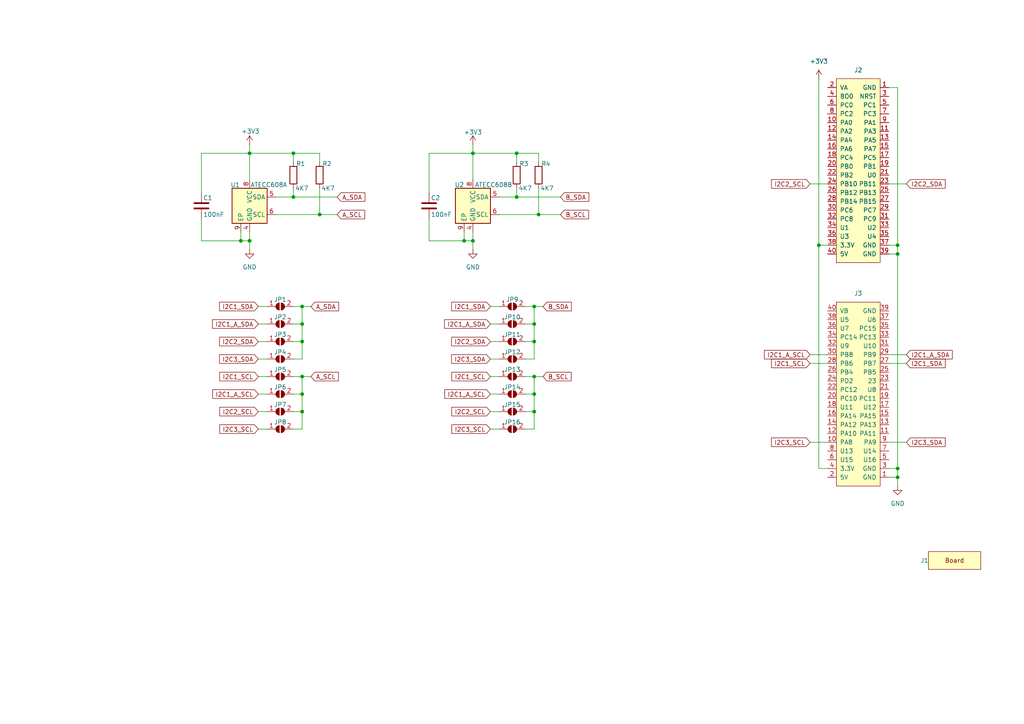
<source format=kicad_sch>
(kicad_sch (version 20231120) (generator "eeschema") (generator_version "8.0")
  (paper "A4")
  (title_block (title "${TITLE}") (rev "${REVISION}") (company "${COMPANY}") (comment 1 "${URL}") (comment 2 "${AUTHOR}") (comment 3 "${AUTHOR_EMAIL}"))
  (lib_symbols
    (symbol "Device:C" (pin_numbers hide) (pin_names (offset 0.254))
      (property "Reference" "C" (at 0.635 2.54 0))
      (property "Value" "C" (at 0.635 -2.54 0))
      (symbol "C_0_1"
        (polyline (pts (xy -2.032 -0.762) (xy 2.032 -0.762)) (stroke (width 0.508)))
        (polyline (pts (xy -2.032 0.762) (xy 2.032 0.762)) (stroke (width 0.508)))
      )
      (symbol "C_1_1"
        (pin passive line (at 0 3.81 270) (length 2.794) (name "~") (number "1"))
        (pin passive line (at 0 -3.81 90) (length 2.794) (name "~") (number "2"))
      )
    )
    (symbol "Device:R" (pin_numbers hide) (pin_names (offset 0))
      (property "Reference" "R" (at 2.032 0 90))
      (property "Value" "R" (at 0 0 90))
      (symbol "R_0_1"
        (rectangle (start -1.016 -2.54) (end 1.016 2.54) (stroke (width 0.254)))
      )
      (symbol "R_1_1"
        (pin passive line (at 0 3.81 270) (length 1.27) (name "~") (number "1"))
        (pin passive line (at 0 -3.81 90) (length 1.27) (name "~") (number "2"))
      )
    )
    (symbol "Security:ATECC608A-MAHDA"
      (property "Reference" "U" (at 3.81 6.35 0))
      (property "Value" "ATECC608A-MAHDA" (at 10.16 -6.35 0))
      (symbol "ATECC608A-MAHDA_0_1"
        (rectangle (start -5.08 5.08) (end 5.08 -5.08) (stroke (width 0.254)) (fill (type background)))
      )
      (symbol "ATECC608A-MAHDA_1_1"
        (pin no_connect line (at -5.08 2.54 0) (length 2.54) hide (name "NC") (number "1"))
        (pin no_connect line (at -5.08 0 0) (length 2.54) hide (name "NC") (number "2"))
        (pin no_connect line (at -5.08 -2.54 0) (length 2.54) hide (name "NC") (number "3"))
        (pin power_in line (at 0 -7.62 90) (length 2.54) (name "GND") (number "4"))
        (pin bidirectional line (at 7.62 2.54 180) (length 2.54) (name "SDA") (number "5"))
        (pin input line (at 7.62 -2.54 180) (length 2.54) (name "SCL") (number "6"))
        (pin no_connect line (at 5.08 0 180) (length 2.54) hide (name "NC") (number "7"))
        (pin power_in line (at 0 7.62 270) (length 2.54) (name "VCC") (number "8"))
        (pin input line (at -2.54 -7.62 90) (length 2.54) (name "EP") (number "9"))
      )
    )
    (symbol "Security:ATECC608B-MAHDA"
      (property "Reference" "U" (at 3.81 6.35 0))
      (property "Value" "ATECC608B-MAHDA" (at 10.16 -6.35 0))
      (symbol "ATECC608B-MAHDA_0_1"
        (rectangle (start -5.08 5.08) (end 5.08 -5.08) (stroke (width 0.254)) (fill (type background)))
      )
      (symbol "ATECC608B-MAHDA_1_1"
        (pin no_connect line (at -5.08 2.54 0) (length 2.54) hide (name "NC") (number "1"))
        (pin no_connect line (at -5.08 0 0) (length 2.54) hide (name "NC") (number "2"))
        (pin no_connect line (at -5.08 -2.54 0) (length 2.54) hide (name "NC") (number "3"))
        (pin power_in line (at 0 -7.62 90) (length 2.54) (name "GND") (number "4"))
        (pin bidirectional line (at 7.62 2.54 180) (length 2.54) (name "SDA") (number "5"))
        (pin input line (at 7.62 -2.54 180) (length 2.54) (name "SCL") (number "6"))
        (pin no_connect line (at 5.08 0 180) (length 2.54) hide (name "NC") (number "7"))
        (pin power_in line (at 0 7.62 270) (length 2.54) (name "VCC") (number "8"))
        (pin input line (at -2.54 -7.62 90) (length 2.54) (name "EP") (number "9"))
      )
    )
    (symbol "power:+3V3" (power) (pin_numbers hide) (pin_names (offset 0) hide)
      (property "Value" "+3V3" (at 0 3.556 0))
      (symbol "+3V3_0_1"
        (polyline (pts (xy -0.762 1.27) (xy 0 2.54)))
        (polyline (pts (xy 0 0) (xy 0 2.54)))
        (polyline (pts (xy 0 2.54) (xy 0.762 1.27)))
      )
      (symbol "+3V3_1_1"
        (pin power_in line (at 0 0 90) (length 0) (name "~") (number "1"))
      )
    )
    (symbol "power:GND" (power) (pin_numbers hide) (pin_names (offset 0) hide)
      (property "Value" "GND" (at 0 -3.81 0))
      (symbol "GND_0_1"
        (polyline (pts (xy 0 0) (xy 0 -1.27) (xy 1.27 -1.27) (xy 0 -2.54) (xy -1.27 -1.27) (xy 0 -1.27)))
      )
      (symbol "GND_1_1"
        (pin power_in line (at 0 0 270) (length 0) (name "~") (number "1"))
      )
    )
    (symbol "stm32world:STM32WORLD_BOARD" (pin_names (offset 1.016))
      (property "Reference" "J" (at -6.35 3.81 0))
      (symbol "STM32WORLD_BOARD_0_0"
        (text "Board" (at 0 0 0) (effects (font (size 1.27 1.27))))
      )
      (symbol "STM32WORLD_BOARD_0_1"
        (rectangle (start -7.62 2.54) (end 7.62 -2.54) (stroke (width 0.1524)) (fill (type background)))
      )
    )
    (symbol "stm32world:STM32WORLD_CONNECTOR_1" (pin_names (offset 1.016))
      (property "Reference" "J" (at -6.35 27.94 0))
      (symbol "STM32WORLD_CONNECTOR_1_0_1"
        (rectangle (start -6.35 26.67) (end 6.35 -26.67) (fill (type background)))
      )
      (symbol "STM32WORLD_CONNECTOR_1_1_1"
        (pin passive line (at 8.89 24.13 180) (length 2.54) (name "GND") (number "1"))
        (pin passive line (at -8.89 13.97 0) (length 2.54) (name "PA0") (number "10"))
        (pin passive line (at 8.89 11.43 180) (length 2.54) (name "PA3") (number "11"))
        (pin passive line (at -8.89 11.43 0) (length 2.54) (name "PA2") (number "12"))
        (pin passive line (at 8.89 8.89 180) (length 2.54) (name "PA5") (number "13"))
        (pin passive line (at -8.89 8.89 0) (length 2.54) (name "PA4") (number "14"))
        (pin passive line (at 8.89 6.35 180) (length 2.54) (name "PA7") (number "15"))
        (pin passive line (at -8.89 6.35 0) (length 2.54) (name "PA6") (number "16"))
        (pin passive line (at 8.89 3.81 180) (length 2.54) (name "PC5") (number "17"))
        (pin passive line (at -8.89 3.81 0) (length 2.54) (name "PC4") (number "18"))
        (pin passive line (at 8.89 1.27 180) (length 2.54) (name "PB1") (number "19"))
        (pin passive line (at -8.89 24.13 0) (length 2.54) (name "VA") (number "2"))
        (pin passive line (at -8.89 1.27 0) (length 2.54) (name "PB0") (number "20"))
        (pin passive line (at 8.89 -1.27 180) (length 2.54) (name "U0") (number "21"))
        (pin passive line (at -8.89 -1.27 0) (length 2.54) (name "PB2") (number "22"))
        (pin passive line (at 8.89 -3.81 180) (length 2.54) (name "PB11") (number "23"))
        (pin passive line (at -8.89 -3.81 0) (length 2.54) (name "PB10") (number "24"))
        (pin passive line (at 8.89 -6.35 180) (length 2.54) (name "PB13") (number "25"))
        (pin passive line (at -8.89 -6.35 0) (length 2.54) (name "PB12") (number "26"))
        (pin passive line (at 8.89 -8.89 180) (length 2.54) (name "PB15") (number "27"))
        (pin passive line (at -8.89 -8.89 0) (length 2.54) (name "PB14") (number "28"))
        (pin passive line (at 8.89 -11.43 180) (length 2.54) (name "PC7") (number "29"))
        (pin passive line (at 8.89 21.59 180) (length 2.54) (name "NRST") (number "3"))
        (pin passive line (at -8.89 -11.43 0) (length 2.54) (name "PC6") (number "30"))
        (pin passive line (at 8.89 -13.97 180) (length 2.54) (name "PC9") (number "31"))
        (pin passive line (at -8.89 -13.97 0) (length 2.54) (name "PC8") (number "32"))
        (pin passive line (at 8.89 -16.51 180) (length 2.54) (name "U2") (number "33"))
        (pin passive line (at -8.89 -16.51 0) (length 2.54) (name "U1") (number "34"))
        (pin passive line (at 8.89 -19.05 180) (length 2.54) (name "U4") (number "35"))
        (pin passive line (at -8.89 -19.05 0) (length 2.54) (name "U3") (number "36"))
        (pin passive line (at 8.89 -21.59 180) (length 2.54) (name "GND") (number "37"))
        (pin passive line (at -8.89 -21.59 0) (length 2.54) (name "3.3V") (number "38"))
        (pin passive line (at 8.89 -24.13 180) (length 2.54) (name "GND") (number "39"))
        (pin passive line (at -8.89 21.59 0) (length 2.54) (name "BO0") (number "4"))
        (pin passive line (at -8.89 -24.13 0) (length 2.54) (name "5V") (number "40"))
        (pin passive line (at 8.89 19.05 180) (length 2.54) (name "PC1") (number "5"))
        (pin passive line (at -8.89 19.05 0) (length 2.54) (name "PC0") (number "6"))
        (pin passive line (at 8.89 16.51 180) (length 2.54) (name "PC3") (number "7"))
        (pin passive line (at -8.89 16.51 0) (length 2.54) (name "PC2") (number "8"))
        (pin passive line (at 8.89 13.97 180) (length 2.54) (name "PA1") (number "9"))
      )
    )
    (symbol "stm32world:STM32WORLD_CONNECTOR_2" (pin_names (offset 1.016))
      (property "Reference" "J" (at -5.08 27.94 0))
      (symbol "STM32WORLD_CONNECTOR_2_0_1"
        (rectangle (start 6.35 26.67) (end -6.35 -26.67) (fill (type background)))
      )
      (symbol "STM32WORLD_CONNECTOR_2_1_1"
        (pin passive line (at 8.89 -24.13 180) (length 2.54) (name "GND") (number "1"))
        (pin passive line (at -8.89 -13.97 0) (length 2.54) (name "PA8") (number "10"))
        (pin passive line (at 8.89 -11.43 180) (length 2.54) (name "PA11") (number "11"))
        (pin passive line (at -8.89 -11.43 0) (length 2.54) (name "PA10") (number "12"))
        (pin passive line (at 8.89 -8.89 180) (length 2.54) (name "PA13") (number "13"))
        (pin passive line (at -8.89 -8.89 0) (length 2.54) (name "PA12") (number "14"))
        (pin passive line (at 8.89 -6.35 180) (length 2.54) (name "PA15") (number "15"))
        (pin passive line (at -8.89 -6.35 0) (length 2.54) (name "PA14") (number "16"))
        (pin passive line (at 8.89 -3.81 180) (length 2.54) (name "U12") (number "17"))
        (pin passive line (at -8.89 -3.81 0) (length 2.54) (name "U11") (number "18"))
        (pin passive line (at 8.89 -1.27 180) (length 2.54) (name "PC11") (number "19"))
        (pin passive line (at -8.89 -24.13 0) (length 2.54) (name "5V") (number "2"))
        (pin passive line (at -8.89 -1.27 0) (length 2.54) (name "PC10") (number "20"))
        (pin passive line (at 8.89 1.27 180) (length 2.54) (name "U8") (number "21"))
        (pin passive line (at -8.89 1.27 0) (length 2.54) (name "PC12") (number "22"))
        (pin passive line (at 8.89 3.81 180) (length 2.54) (name "23") (number "23"))
        (pin passive line (at -8.89 3.81 0) (length 2.54) (name "PD2") (number "24"))
        (pin passive line (at 8.89 6.35 180) (length 2.54) (name "PB5") (number "25"))
        (pin passive line (at -8.89 6.35 0) (length 2.54) (name "PB4") (number "26"))
        (pin passive line (at 8.89 8.89 180) (length 2.54) (name "PB7") (number "27"))
        (pin passive line (at -8.89 8.89 0) (length 2.54) (name "PB6") (number "28"))
        (pin passive line (at 8.89 11.43 180) (length 2.54) (name "PB9") (number "29"))
        (pin passive line (at 8.89 -21.59 180) (length 2.54) (name "GND") (number "3"))
        (pin passive line (at -8.89 11.43 0) (length 2.54) (name "PB8") (number "30"))
        (pin passive line (at 8.89 13.97 180) (length 2.54) (name "U10") (number "31"))
        (pin passive line (at -8.89 13.97 0) (length 2.54) (name "U9") (number "32"))
        (pin passive line (at 8.89 16.51 180) (length 2.54) (name "PC13") (number "33"))
        (pin passive line (at -8.89 16.51 0) (length 2.54) (name "PC14") (number "34"))
        (pin passive line (at 8.89 19.05 180) (length 2.54) (name "PC15") (number "35"))
        (pin passive line (at -8.89 19.05 0) (length 2.54) (name "U7") (number "36"))
        (pin passive line (at 8.89 21.59 180) (length 2.54) (name "U6") (number "37"))
        (pin passive line (at -8.89 21.59 0) (length 2.54) (name "U5") (number "38"))
        (pin passive line (at 8.89 24.13 180) (length 2.54) (name "GND") (number "39"))
        (pin passive line (at -8.89 -21.59 0) (length 2.54) (name "3.3V") (number "4"))
        (pin passive line (at -8.89 24.13 0) (length 2.54) (name "VB") (number "40"))
        (pin passive line (at 8.89 -19.05 180) (length 2.54) (name "U16") (number "5"))
        (pin passive line (at -8.89 -19.05 0) (length 2.54) (name "U15") (number "6"))
        (pin passive line (at 8.89 -16.51 180) (length 2.54) (name "U14") (number "7"))
        (pin passive line (at -8.89 -16.51 0) (length 2.54) (name "U13") (number "8"))
        (pin passive line (at 8.89 -13.97 180) (length 2.54) (name "PA9") (number "9"))
      )
    )
    (symbol "stm32world:SolderJumper_2_Open" (pin_names (offset 0) hide)
      (property "Reference" "JP" (at 0 2.032 0))
      (symbol "SolderJumper_2_Open_0_1"
        (arc (start -0.254 1.016) (mid -1.2656 0) (end -0.254 -1.016))
        (arc (start -0.254 1.016) (mid -1.2656 0) (end -0.254 -1.016) (fill (type outline)))
        (polyline (pts (xy -0.254 1.016) (xy -0.254 -1.016)))
        (polyline (pts (xy 0.254 1.016) (xy 0.254 -1.016)))
        (arc (start 0.254 -1.016) (mid 1.2656 0) (end 0.254 1.016))
        (arc (start 0.254 -1.016) (mid 1.2656 0) (end 0.254 1.016) (fill (type outline)))
      )
      (symbol "SolderJumper_2_Open_1_1"
        (pin passive line (at -3.81 0 0) (length 2.54) (name "A") (number "1"))
        (pin passive line (at 3.81 0 180) (length 2.54) (name "B") (number "2"))
      )
    )
  )
  (junction (at 154.94 114.3))
  (junction (at 92.71 62.23))
  (junction (at 149.86 57.15))
  (junction (at 149.86 44.45))
  (junction (at 87.63 99.06))
  (junction (at 260.35 73.66))
  (junction (at 137.16 69.85))
  (junction (at 260.35 138.43))
  (junction (at 69.85 69.85))
  (junction (at 237.49 71.12))
  (junction (at 72.39 44.45))
  (junction (at 72.39 69.85))
  (junction (at 134.62 69.85))
  (junction (at 154.94 109.22))
  (junction (at 137.16 44.45))
  (junction (at 154.94 88.9))
  (junction (at 156.21 62.23))
  (junction (at 154.94 99.06))
  (junction (at 260.35 71.12))
  (junction (at 87.63 114.3))
  (junction (at 85.09 57.15))
  (junction (at 87.63 119.38))
  (junction (at 154.94 93.98))
  (junction (at 87.63 93.98))
  (junction (at 154.94 119.38))
  (junction (at 87.63 88.9))
  (junction (at 260.35 135.89))
  (junction (at 85.09 44.45))
  (junction (at 87.63 109.22))
  (wire (pts (xy 157.48 109.22) (xy 154.94 109.22)))
  (wire (pts (xy 154.94 88.9) (xy 152.4 88.9)))
  (wire (pts (xy 142.24 119.38) (xy 144.78 119.38)))
  (wire (pts (xy 85.09 54.61) (xy 85.09 57.15)))
  (wire (pts (xy 87.63 119.38) (xy 87.63 114.3)))
  (wire (pts (xy 92.71 54.61) (xy 92.71 62.23)))
  (wire (pts (xy 134.62 69.85) (xy 137.16 69.85)))
  (wire (pts (xy 257.81 138.43) (xy 260.35 138.43)))
  (wire (pts (xy 257.81 73.66) (xy 260.35 73.66)))
  (wire (pts (xy 162.56 62.23) (xy 156.21 62.23)))
  (wire (pts (xy 74.93 119.38) (xy 77.47 119.38)))
  (wire (pts (xy 58.42 69.85) (xy 69.85 69.85)))
  (wire (pts (xy 152.4 119.38) (xy 154.94 119.38)))
  (wire (pts (xy 260.35 73.66) (xy 260.35 135.89)))
  (wire (pts (xy 142.24 93.98) (xy 144.78 93.98)))
  (wire (pts (xy 124.46 44.45) (xy 137.16 44.45)))
  (wire (pts (xy 142.24 109.22) (xy 144.78 109.22)))
  (wire (pts (xy 72.39 41.91) (xy 72.39 44.45)))
  (wire (pts (xy 260.35 71.12) (xy 260.35 73.66)))
  (wire (pts (xy 157.48 88.9) (xy 154.94 88.9)))
  (wire (pts (xy 137.16 41.91) (xy 137.16 44.45)))
  (wire (pts (xy 142.24 124.46) (xy 144.78 124.46)))
  (wire (pts (xy 74.93 124.46) (xy 77.47 124.46)))
  (wire (pts (xy 156.21 46.99) (xy 156.21 44.45)))
  (wire (pts (xy 142.24 114.3) (xy 144.78 114.3)))
  (wire (pts (xy 152.4 93.98) (xy 154.94 93.98)))
  (wire (pts (xy 260.35 25.4) (xy 257.81 25.4)))
  (wire (pts (xy 234.95 53.34) (xy 240.03 53.34)))
  (wire (pts (xy 237.49 22.86) (xy 237.49 71.12)))
  (wire (pts (xy 85.09 93.98) (xy 87.63 93.98)))
  (wire (pts (xy 92.71 62.23) (xy 80.01 62.23)))
  (wire (pts (xy 156.21 44.45) (xy 149.86 44.45)))
  (wire (pts (xy 154.94 114.3) (xy 154.94 109.22)))
  (wire (pts (xy 142.24 104.14) (xy 144.78 104.14)))
  (wire (pts (xy 74.93 88.9) (xy 77.47 88.9)))
  (wire (pts (xy 87.63 109.22) (xy 85.09 109.22)))
  (wire (pts (xy 137.16 69.85) (xy 137.16 67.31)))
  (wire (pts (xy 74.93 109.22) (xy 77.47 109.22)))
  (wire (pts (xy 74.93 114.3) (xy 77.47 114.3)))
  (wire (pts (xy 257.81 135.89) (xy 260.35 135.89)))
  (wire (pts (xy 234.95 105.41) (xy 240.03 105.41)))
  (wire (pts (xy 149.86 57.15) (xy 144.78 57.15)))
  (wire (pts (xy 97.79 57.15) (xy 85.09 57.15)))
  (wire (pts (xy 262.89 128.27) (xy 257.81 128.27)))
  (wire (pts (xy 234.95 128.27) (xy 240.03 128.27)))
  (wire (pts (xy 154.94 109.22) (xy 152.4 109.22)))
  (wire (pts (xy 69.85 69.85) (xy 72.39 69.85)))
  (wire (pts (xy 85.09 99.06) (xy 87.63 99.06)))
  (wire (pts (xy 154.94 104.14) (xy 154.94 99.06)))
  (wire (pts (xy 74.93 93.98) (xy 77.47 93.98)))
  (wire (pts (xy 152.4 114.3) (xy 154.94 114.3)))
  (wire (pts (xy 152.4 124.46) (xy 154.94 124.46)))
  (wire (pts (xy 58.42 63.5) (xy 58.42 69.85)))
  (wire (pts (xy 262.89 105.41) (xy 257.81 105.41)))
  (wire (pts (xy 152.4 99.06) (xy 154.94 99.06)))
  (wire (pts (xy 92.71 46.99) (xy 92.71 44.45)))
  (wire (pts (xy 58.42 55.88) (xy 58.42 44.45)))
  (wire (pts (xy 234.95 102.87) (xy 240.03 102.87)))
  (wire (pts (xy 74.93 99.06) (xy 77.47 99.06)))
  (wire (pts (xy 154.94 124.46) (xy 154.94 119.38)))
  (wire (pts (xy 149.86 44.45) (xy 137.16 44.45)))
  (wire (pts (xy 72.39 44.45) (xy 72.39 52.07)))
  (wire (pts (xy 74.93 104.14) (xy 77.47 104.14)))
  (wire (pts (xy 124.46 63.5) (xy 124.46 69.85)))
  (wire (pts (xy 156.21 54.61) (xy 156.21 62.23)))
  (wire (pts (xy 85.09 124.46) (xy 87.63 124.46)))
  (wire (pts (xy 260.35 135.89) (xy 260.35 138.43)))
  (wire (pts (xy 85.09 114.3) (xy 87.63 114.3)))
  (wire (pts (xy 262.89 102.87) (xy 257.81 102.87)))
  (wire (pts (xy 162.56 57.15) (xy 149.86 57.15)))
  (wire (pts (xy 137.16 72.39) (xy 137.16 69.85)))
  (wire (pts (xy 260.35 138.43) (xy 260.35 140.97)))
  (wire (pts (xy 124.46 55.88) (xy 124.46 44.45)))
  (wire (pts (xy 156.21 62.23) (xy 144.78 62.23)))
  (wire (pts (xy 87.63 114.3) (xy 87.63 109.22)))
  (wire (pts (xy 154.94 119.38) (xy 154.94 114.3)))
  (wire (pts (xy 85.09 57.15) (xy 80.01 57.15)))
  (wire (pts (xy 134.62 67.31) (xy 134.62 69.85)))
  (wire (pts (xy 149.86 44.45) (xy 149.86 46.99)))
  (wire (pts (xy 142.24 88.9) (xy 144.78 88.9)))
  (wire (pts (xy 85.09 44.45) (xy 72.39 44.45)))
  (wire (pts (xy 237.49 71.12) (xy 240.03 71.12)))
  (wire (pts (xy 87.63 104.14) (xy 87.63 99.06)))
  (wire (pts (xy 90.17 88.9) (xy 87.63 88.9)))
  (wire (pts (xy 87.63 99.06) (xy 87.63 93.98)))
  (wire (pts (xy 72.39 69.85) (xy 72.39 67.31)))
  (wire (pts (xy 154.94 99.06) (xy 154.94 93.98)))
  (wire (pts (xy 85.09 104.14) (xy 87.63 104.14)))
  (wire (pts (xy 237.49 71.12) (xy 237.49 135.89)))
  (wire (pts (xy 149.86 54.61) (xy 149.86 57.15)))
  (wire (pts (xy 87.63 88.9) (xy 85.09 88.9)))
  (wire (pts (xy 152.4 104.14) (xy 154.94 104.14)))
  (wire (pts (xy 92.71 44.45) (xy 85.09 44.45)))
  (wire (pts (xy 90.17 109.22) (xy 87.63 109.22)))
  (wire (pts (xy 85.09 119.38) (xy 87.63 119.38)))
  (wire (pts (xy 137.16 44.45) (xy 137.16 52.07)))
  (wire (pts (xy 257.81 71.12) (xy 260.35 71.12)))
  (wire (pts (xy 58.42 44.45) (xy 72.39 44.45)))
  (wire (pts (xy 260.35 71.12) (xy 260.35 25.4)))
  (wire (pts (xy 69.85 67.31) (xy 69.85 69.85)))
  (wire (pts (xy 237.49 135.89) (xy 240.03 135.89)))
  (wire (pts (xy 87.63 124.46) (xy 87.63 119.38)))
  (wire (pts (xy 85.09 44.45) (xy 85.09 46.99)))
  (wire (pts (xy 72.39 72.39) (xy 72.39 69.85)))
  (wire (pts (xy 154.94 93.98) (xy 154.94 88.9)))
  (wire (pts (xy 262.89 53.34) (xy 257.81 53.34)))
  (wire (pts (xy 97.79 62.23) (xy 92.71 62.23)))
  (wire (pts (xy 87.63 93.98) (xy 87.63 88.9)))
  (wire (pts (xy 142.24 99.06) (xy 144.78 99.06)))
  (wire (pts (xy 124.46 69.85) (xy 134.62 69.85)))
  (global_label "I2C3_SDA" (shape input) (at 74.93 104.14 180) (property "Intersheetrefs" "${INTERSHEET_REFS}" (effects (hide yes))))
  (global_label "I2C3_SCL" (shape input) (at 74.93 124.46 180) (property "Intersheetrefs" "${INTERSHEET_REFS}" (effects (hide yes))))
  (global_label "B_SDA" (shape input) (at 157.48 88.9 0) (property "Intersheetrefs" "${INTERSHEET_REFS}" (effects (hide yes))))
  (global_label "I2C1_SDA" (shape input) (at 262.89 105.41 0) (property "Intersheetrefs" "${INTERSHEET_REFS}" (effects (hide yes))))
  (global_label "I2C3_SDA" (shape input) (at 142.24 104.14 180) (property "Intersheetrefs" "${INTERSHEET_REFS}" (effects (hide yes))))
  (global_label "A_SDA" (shape input) (at 97.79 57.15 0) (property "Intersheetrefs" "${INTERSHEET_REFS}" (effects (hide yes))))
  (global_label "A_SCL" (shape input) (at 90.17 109.22 0) (property "Intersheetrefs" "${INTERSHEET_REFS}" (effects (hide yes))))
  (global_label "I2C1_SCL" (shape input) (at 234.95 105.41 180) (property "Intersheetrefs" "${INTERSHEET_REFS}" (effects (hide yes))))
  (global_label "I2C3_SDA" (shape input) (at 262.89 128.27 0) (property "Intersheetrefs" "${INTERSHEET_REFS}" (effects (hide yes))))
  (global_label "I2C1_A_SCL" (shape input) (at 234.95 102.87 180) (property "Intersheetrefs" "${INTERSHEET_REFS}" (effects (hide yes))))
  (global_label "I2C2_SCL" (shape input) (at 142.24 119.38 180) (property "Intersheetrefs" "${INTERSHEET_REFS}" (effects (hide yes))))
  (global_label "I2C1_A_SDA" (shape input) (at 74.93 93.98 180) (property "Intersheetrefs" "${INTERSHEET_REFS}" (effects (hide yes))))
  (global_label "I2C1_SDA" (shape input) (at 142.24 88.9 180) (property "Intersheetrefs" "${INTERSHEET_REFS}" (effects (hide yes))))
  (global_label "I2C1_A_SDA" (shape input) (at 262.89 102.87 0) (property "Intersheetrefs" "${INTERSHEET_REFS}" (effects (hide yes))))
  (global_label "I2C1_SDA" (shape input) (at 74.93 88.9 180) (property "Intersheetrefs" "${INTERSHEET_REFS}" (effects (hide yes))))
  (global_label "I2C1_SCL" (shape input) (at 74.93 109.22 180) (property "Intersheetrefs" "${INTERSHEET_REFS}" (effects (hide yes))))
  (global_label "I2C1_SCL" (shape input) (at 142.24 109.22 180) (property "Intersheetrefs" "${INTERSHEET_REFS}" (effects (hide yes))))
  (global_label "I2C1_A_SDA" (shape input) (at 142.24 93.98 180) (property "Intersheetrefs" "${INTERSHEET_REFS}" (effects (hide yes))))
  (global_label "I2C2_SDA" (shape input) (at 262.89 53.34 0) (property "Intersheetrefs" "${INTERSHEET_REFS}" (effects (hide yes))))
  (global_label "I2C2_SDA" (shape input) (at 74.93 99.06 180) (property "Intersheetrefs" "${INTERSHEET_REFS}" (effects (hide yes))))
  (global_label "B_SCL" (shape input) (at 157.48 109.22 0) (property "Intersheetrefs" "${INTERSHEET_REFS}" (effects (hide yes))))
  (global_label "B_SDA" (shape input) (at 162.56 57.15 0) (property "Intersheetrefs" "${INTERSHEET_REFS}" (effects (hide yes))))
  (global_label "I2C1_A_SCL" (shape input) (at 142.24 114.3 180) (property "Intersheetrefs" "${INTERSHEET_REFS}" (effects (hide yes))))
  (global_label "I2C2_SCL" (shape input) (at 74.93 119.38 180) (property "Intersheetrefs" "${INTERSHEET_REFS}" (effects (hide yes))))
  (global_label "I2C3_SCL" (shape input) (at 234.95 128.27 180) (property "Intersheetrefs" "${INTERSHEET_REFS}" (effects (hide yes))))
  (global_label "I2C2_SDA" (shape input) (at 142.24 99.06 180) (property "Intersheetrefs" "${INTERSHEET_REFS}" (effects (hide yes))))
  (global_label "I2C3_SCL" (shape input) (at 142.24 124.46 180) (property "Intersheetrefs" "${INTERSHEET_REFS}" (effects (hide yes))))
  (global_label "A_SDA" (shape input) (at 90.17 88.9 0) (property "Intersheetrefs" "${INTERSHEET_REFS}" (effects (hide yes))))
  (global_label "I2C2_SCL" (shape input) (at 234.95 53.34 180) (property "Intersheetrefs" "${INTERSHEET_REFS}" (effects (hide yes))))
  (global_label "I2C1_A_SCL" (shape input) (at 74.93 114.3 180) (property "Intersheetrefs" "${INTERSHEET_REFS}" (effects (hide yes))))
  (global_label "A_SCL" (shape input) (at 97.79 62.23 0) (property "Intersheetrefs" "${INTERSHEET_REFS}" (effects (hide yes))))
  (global_label "B_SCL" (shape input) (at 162.56 62.23 0) (property "Intersheetrefs" "${INTERSHEET_REFS}" (effects (hide yes))))
  (symbol (lib_id "stm32world:SolderJumper_2_Open") (at 148.59 109.22 0) (unit 1)
    (property "Reference" "JP13" (at 148.59 107.188 0))
    (property "Value" "SolderJumper_2_Open" (effects (hide yes)))
    (property "Footprint" "Jumper:SolderJumper-2_P1.3mm_Open_RoundedPad1.0x1.5mm" (effects (hide yes)))
    (property "Description" "Solder Jumper, 2-pole, open" (effects (hide yes)))
  )
  (symbol (lib_id "power:+3V3") (at 72.39 41.91 0) (unit 1)
    (property "Reference" "#PWR03" (effects (hide yes)))
    (property "Value" "+3V3" (at 72.644 38.1 0))
    (property "Description" "Power symbol creates a global label with name \"+3V3\"" (effects (hide yes)))
  )
  (symbol (lib_id "stm32world:SolderJumper_2_Open") (at 81.28 114.3 0) (unit 1)
    (property "Reference" "JP6" (at 81.28 112.268 0))
    (property "Value" "SolderJumper_2_Open" (effects (hide yes)))
    (property "Footprint" "Jumper:SolderJumper-2_P1.3mm_Open_RoundedPad1.0x1.5mm" (effects (hide yes)))
    (property "Description" "Solder Jumper, 2-pole, open" (effects (hide yes)))
  )
  (symbol (lib_id "stm32world:SolderJumper_2_Open") (at 148.59 99.06 0) (unit 1)
    (property "Reference" "JP11" (at 148.59 97.028 0))
    (property "Value" "SolderJumper_2_Open" (effects (hide yes)))
    (property "Footprint" "Jumper:SolderJumper-2_P1.3mm_Open_RoundedPad1.0x1.5mm" (effects (hide yes)))
    (property "Description" "Solder Jumper, 2-pole, open" (effects (hide yes)))
  )
  (symbol (lib_id "Device:C") (at 124.46 59.69 0) (unit 1)
    (property "Reference" "C2" (at 124.968 57.404 0) (effects (justify left)))
    (property "Value" "100nF" (at 124.968 62.23 0) (effects (justify left)))
    (property "Footprint" "Capacitor_SMD:C_0603_1608Metric" (effects (hide yes)))
    (property "Description" "Unpolarized capacitor" (effects (hide yes)))
    (property "LCSC" "C14663" (effects (hide yes)))
  )
  (symbol (lib_id "power:+3V3") (at 237.49 22.86 0) (unit 1)
    (property "Reference" "#PWR05" (effects (hide yes)))
    (property "Value" "+3V3" (at 237.49 17.78 0))
    (property "Description" "Power symbol creates a global label with name \"+3V3\"" (effects (hide yes)))
  )
  (symbol (lib_id "stm32world:SolderJumper_2_Open") (at 81.28 99.06 0) (unit 1)
    (property "Reference" "JP3" (at 81.28 97.028 0))
    (property "Value" "SolderJumper_2_Open" (effects (hide yes)))
    (property "Footprint" "Jumper:SolderJumper-2_P1.3mm_Open_RoundedPad1.0x1.5mm" (effects (hide yes)))
    (property "Description" "Solder Jumper, 2-pole, open" (effects (hide yes)))
  )
  (symbol (lib_id "Device:C") (at 58.42 59.69 0) (unit 1)
    (property "Reference" "C1" (at 58.928 57.404 0) (effects (justify left)))
    (property "Value" "100nF" (at 58.928 62.23 0) (effects (justify left)))
    (property "Footprint" "Capacitor_SMD:C_0603_1608Metric" (effects (hide yes)))
    (property "Description" "Unpolarized capacitor" (effects (hide yes)))
    (property "LCSC" "C14663" (effects (hide yes)))
  )
  (symbol (lib_id "stm32world:SolderJumper_2_Open") (at 148.59 104.14 0) (unit 1)
    (property "Reference" "JP12" (at 148.59 102.108 0))
    (property "Value" "SolderJumper_2_Open" (effects (hide yes)))
    (property "Footprint" "Jumper:SolderJumper-2_P1.3mm_Open_RoundedPad1.0x1.5mm" (effects (hide yes)))
    (property "Description" "Solder Jumper, 2-pole, open" (effects (hide yes)))
  )
  (symbol (lib_id "stm32world:SolderJumper_2_Open") (at 81.28 119.38 0) (unit 1)
    (property "Reference" "JP7" (at 81.28 117.348 0))
    (property "Value" "SolderJumper_2_Open" (effects (hide yes)))
    (property "Footprint" "Jumper:SolderJumper-2_P1.3mm_Open_RoundedPad1.0x1.5mm" (effects (hide yes)))
    (property "Description" "Solder Jumper, 2-pole, open" (effects (hide yes)))
  )
  (symbol (lib_id "stm32world:SolderJumper_2_Open") (at 81.28 88.9 0) (unit 1)
    (property "Reference" "JP1" (at 81.28 86.868 0))
    (property "Value" "SolderJumper_2_Open" (effects (hide yes)))
    (property "Footprint" "Jumper:SolderJumper-2_P1.3mm_Open_RoundedPad1.0x1.5mm" (effects (hide yes)))
    (property "Description" "Solder Jumper, 2-pole, open" (effects (hide yes)))
  )
  (symbol (lib_id "stm32world:STM32WORLD_CONNECTOR_2") (at 248.92 114.3 0) (unit 1)
    (property "Reference" "J3" (at 248.92 85.09 0))
    (property "Value" "STM32WORLD_CONNECTOR_2" (effects (hide yes)))
    (property "Footprint" "stm32world:PinSocket_2x20_P2.54mm_Vertical_Stackable" (effects (hide yes)))
    (property "LCSC" "C35165" (effects (hide yes)))
  )
  (symbol (lib_id "power:GND") (at 72.39 72.39 0) (unit 1)
    (property "Reference" "#PWR01" (effects (hide yes)))
    (property "Value" "GND" (at 72.39 77.47 0))
    (property "Description" "Power symbol creates a global label with name \"GND\" , ground" (effects (hide yes)))
  )
  (symbol (lib_id "stm32world:SolderJumper_2_Open") (at 148.59 114.3 0) (unit 1)
    (property "Reference" "JP14" (at 148.59 112.268 0))
    (property "Value" "SolderJumper_2_Open" (effects (hide yes)))
    (property "Footprint" "Jumper:SolderJumper-2_P1.3mm_Open_RoundedPad1.0x1.5mm" (effects (hide yes)))
    (property "Description" "Solder Jumper, 2-pole, open" (effects (hide yes)))
  )
  (symbol (lib_id "power:+3V3") (at 137.16 41.91 0) (unit 1)
    (property "Reference" "#PWR04" (effects (hide yes)))
    (property "Value" "+3V3" (at 137.16 38.354 0))
    (property "Description" "Power symbol creates a global label with name \"+3V3\"" (effects (hide yes)))
  )
  (symbol (lib_id "power:GND") (at 137.16 72.39 0) (unit 1)
    (property "Reference" "#PWR02" (effects (hide yes)))
    (property "Value" "GND" (at 137.16 77.47 0))
    (property "Description" "Power symbol creates a global label with name \"GND\" , ground" (effects (hide yes)))
  )
  (symbol (lib_id "Security:ATECC608B-MAHDA") (at 137.16 59.69 0) (unit 1)
    (property "Reference" "U2" (at 134.62 53.594 0) (effects (justify right)))
    (property "Value" "ATECC608B" (at 148.59 53.594 0) (effects (justify right)))
    (property "Footprint" "Package_DFN_QFN:DFN-8-1EP_3x2mm_P0.5mm_EP1.3x1.5mm" (effects (hide yes)))
    (property "Datasheet" "https://ww1.microchip.com/downloads/aemDocuments/documents/SCBU/ProductDocuments/DataSheets/ATECC608B-CryptoAuthentication-Device-Summary-Data-Sheet-DS40002239B.pdf" (effects (hide yes)))
    (property "Description" "Cryptographic Co-Processor with Secure Hardware-based 16 Key Storage, ECDSA and ECDH support, I2C, UDFN-8" (effects (hide yes)))
    (property "LCSC" "C17350254" (effects (hide yes)))
  )
  (symbol (lib_id "Device:R") (at 85.09 50.8 0) (unit 1)
    (property "Reference" "R1" (at 85.852 47.498 0) (effects (justify left)))
    (property "Value" "4K7" (at 85.598 54.61 0) (effects (justify left)))
    (property "Footprint" "Resistor_SMD:R_0603_1608Metric" (effects (hide yes)))
    (property "Description" "Resistor" (effects (hide yes)))
    (property "LCSC" "C23162" (effects (hide yes)))
  )
  (symbol (lib_id "Device:R") (at 92.71 50.8 0) (unit 1)
    (property "Reference" "R2" (at 93.472 47.498 0) (effects (justify left)))
    (property "Value" "4K7" (at 93.218 54.61 0) (effects (justify left)))
    (property "Footprint" "Resistor_SMD:R_0603_1608Metric" (effects (hide yes)))
    (property "Description" "Resistor" (effects (hide yes)))
    (property "LCSC" "C23162" (effects (hide yes)))
  )
  (symbol (lib_id "Device:R") (at 149.86 50.8 0) (unit 1)
    (property "Reference" "R3" (at 150.622 47.498 0) (effects (justify left)))
    (property "Value" "4K7" (at 150.368 54.61 0) (effects (justify left)))
    (property "Footprint" "Resistor_SMD:R_0603_1608Metric" (effects (hide yes)))
    (property "Description" "Resistor" (effects (hide yes)))
    (property "LCSC" "C23162" (effects (hide yes)))
  )
  (symbol (lib_id "power:GND") (at 260.35 140.97 0) (unit 1)
    (property "Reference" "#PWR06" (effects (hide yes)))
    (property "Value" "GND" (at 260.35 146.05 0))
    (property "Description" "Power symbol creates a global label with name \"GND\" , ground" (effects (hide yes)))
  )
  (symbol (lib_id "stm32world:SolderJumper_2_Open") (at 148.59 88.9 0) (unit 1)
    (property "Reference" "JP9" (at 148.59 86.868 0))
    (property "Value" "SolderJumper_2_Open" (effects (hide yes)))
    (property "Footprint" "Jumper:SolderJumper-2_P1.3mm_Open_RoundedPad1.0x1.5mm" (effects (hide yes)))
    (property "Description" "Solder Jumper, 2-pole, open" (effects (hide yes)))
  )
  (symbol (lib_id "stm32world:SolderJumper_2_Open") (at 81.28 109.22 0) (unit 1)
    (property "Reference" "JP5" (at 81.28 107.188 0))
    (property "Value" "SolderJumper_2_Open" (effects (hide yes)))
    (property "Footprint" "Jumper:SolderJumper-2_P1.3mm_Open_RoundedPad1.0x1.5mm" (effects (hide yes)))
    (property "Description" "Solder Jumper, 2-pole, open" (effects (hide yes)))
  )
  (symbol (lib_id "stm32world:STM32WORLD_BOARD") (at 276.86 162.56 0) (unit 1)
    (property "Reference" "J1" (at 266.954 162.56 0) (effects (justify left)))
    (property "Value" "STM32WORLD_BOARD" (effects (hide yes)))
    (property "Footprint" "stm32world:STM32WORLD_BOARD" (effects (hide yes)))
  )
  (symbol (lib_id "stm32world:SolderJumper_2_Open") (at 148.59 124.46 0) (unit 1)
    (property "Reference" "JP16" (at 148.59 122.428 0))
    (property "Value" "SolderJumper_2_Open" (effects (hide yes)))
    (property "Footprint" "Jumper:SolderJumper-2_P1.3mm_Open_RoundedPad1.0x1.5mm" (effects (hide yes)))
    (property "Description" "Solder Jumper, 2-pole, open" (effects (hide yes)))
  )
  (symbol (lib_id "Security:ATECC608A-MAHDA") (at 72.39 59.69 0) (unit 1)
    (property "Reference" "U1" (at 69.596 53.594 0) (effects (justify right)))
    (property "Value" "ATECC608A" (at 83.312 53.594 0) (effects (justify right)))
    (property "Footprint" "Package_DFN_QFN:DFN-8-1EP_3x2mm_P0.5mm_EP1.3x1.5mm" (effects (hide yes)))
    (property "Datasheet" "http://ww1.microchip.com/downloads/en/DeviceDoc/ATECC608A-CryptoAuthentication-Device-Summary-Data-Sheet-DS40001977B.pdf" (effects (hide yes)))
    (property "Description" "Cryptographic Co-Processor with Secure Hardware-based 16 Key Storage, ECDSA and ECDH support, I2C, UDFN-8" (effects (hide yes)))
    (property "LCSC" "C616908" (effects (hide yes)))
  )
  (symbol (lib_id "stm32world:SolderJumper_2_Open") (at 148.59 119.38 0) (unit 1)
    (property "Reference" "JP15" (at 148.59 117.348 0))
    (property "Value" "SolderJumper_2_Open" (effects (hide yes)))
    (property "Footprint" "Jumper:SolderJumper-2_P1.3mm_Open_RoundedPad1.0x1.5mm" (effects (hide yes)))
    (property "Description" "Solder Jumper, 2-pole, open" (effects (hide yes)))
  )
  (symbol (lib_id "stm32world:SolderJumper_2_Open") (at 81.28 124.46 0) (unit 1)
    (property "Reference" "JP8" (at 81.28 122.428 0))
    (property "Value" "SolderJumper_2_Open" (effects (hide yes)))
    (property "Footprint" "Jumper:SolderJumper-2_P1.3mm_Open_RoundedPad1.0x1.5mm" (effects (hide yes)))
    (property "Description" "Solder Jumper, 2-pole, open" (effects (hide yes)))
  )
  (symbol (lib_id "stm32world:STM32WORLD_CONNECTOR_1") (at 248.92 49.53 0) (unit 1)
    (property "Reference" "J2" (at 248.92 20.32 0))
    (property "Value" "STM32WORLD_CONNECTOR_1" (effects (hide yes)))
    (property "Footprint" "stm32world:PinSocket_2x20_P2.54mm_Vertical_Stackable" (effects (hide yes)))
    (property "LCSC" "C35165" (effects (hide yes)))
  )
  (symbol (lib_id "stm32world:SolderJumper_2_Open") (at 148.59 93.98 0) (unit 1)
    (property "Reference" "JP10" (at 148.59 91.948 0))
    (property "Value" "SolderJumper_2_Open" (effects (hide yes)))
    (property "Footprint" "Jumper:SolderJumper-2_P1.3mm_Open_RoundedPad1.0x1.5mm" (effects (hide yes)))
    (property "Description" "Solder Jumper, 2-pole, open" (effects (hide yes)))
  )
  (symbol (lib_id "stm32world:SolderJumper_2_Open") (at 81.28 104.14 0) (unit 1)
    (property "Reference" "JP4" (at 81.28 102.108 0))
    (property "Value" "SolderJumper_2_Open" (effects (hide yes)))
    (property "Footprint" "Jumper:SolderJumper-2_P1.3mm_Open_RoundedPad1.0x1.5mm" (effects (hide yes)))
    (property "Description" "Solder Jumper, 2-pole, open" (effects (hide yes)))
  )
  (symbol (lib_id "Device:R") (at 156.21 50.8 0) (unit 1)
    (property "Reference" "R4" (at 156.972 47.498 0) (effects (justify left)))
    (property "Value" "4K7" (at 156.718 54.61 0) (effects (justify left)))
    (property "Footprint" "Resistor_SMD:R_0603_1608Metric" (effects (hide yes)))
    (property "Description" "Resistor" (effects (hide yes)))
    (property "LCSC" "C23162" (effects (hide yes)))
  )
  (symbol (lib_id "stm32world:SolderJumper_2_Open") (at 81.28 93.98 0) (unit 1)
    (property "Reference" "JP2" (at 81.28 91.948 0))
    (property "Value" "SolderJumper_2_Open" (effects (hide yes)))
    (property "Footprint" "Jumper:SolderJumper-2_P1.3mm_Open_RoundedPad1.0x1.5mm" (effects (hide yes)))
    (property "Description" "Solder Jumper, 2-pole, open" (effects (hide yes)))
  )
)
</source>
